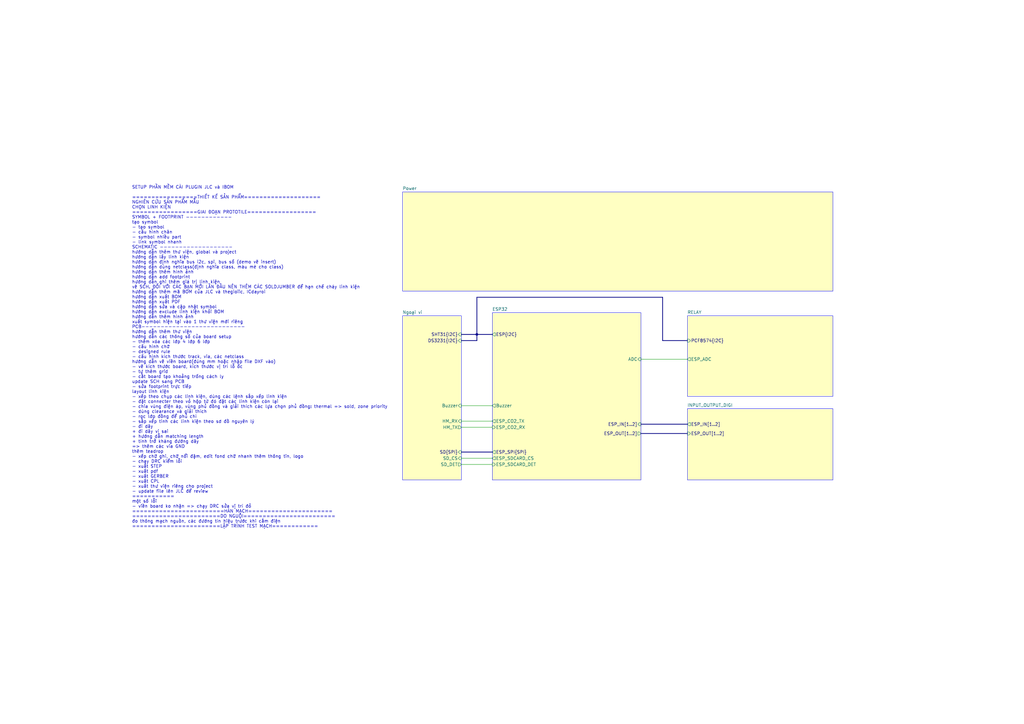
<source format=kicad_sch>
(kicad_sch
	(version 20250114)
	(generator "eeschema")
	(generator_version "9.0")
	(uuid "8ef429ea-1d8f-44d5-b6bc-d1c8102fe584")
	(paper "A3")
	(lib_symbols)
	(bus_alias "I2C"
		(members "SCL" "SDA")
	)
	(bus_alias "SPI"
		(members "MOSI" "MISO" "SCK")
	)
	(bus_alias "USB"
		(members "DP" "DN")
	)
	(text "SETUP PHẦN MỀM CÀI PLUGIN JLC và IBOM\n\n=================THIẾT KẾ SẢN PHẨM====================\nNGHIÊN CỨU SẢN PHẨM MẪU\nCHỌN LINH KIỆN \n=================GIAI ĐOẠN PROTOTILE==================\nSYMBOL + FOOTPRINT ------------\ntạo symbol \n- tạo symbol \n- cấu hình chân\n- symbol nhiều part\n- link symbol nhanh\nSCHEMATIC -------------------\nhướng dẫn thêm thư viện, global và project\nhướng dẫn lấy linh kiện \nhướng dẫn định nghĩa bus i2c, spi, bus số (demo vẽ insert)\nhướng dẫn dùng netclass(định nghĩa class, màu mè cho class)\nhướng dẫn thêm hình ảnh \nhướng dẫn add footprint\nhướng dẫn ghi thêm giá trị linh kiện \nvẽ SCH. ĐỐI VỚI CÁC BẠN MỚI LẦN ĐẦU NÊN THÊM CÁC SOLDJUMBER để hạn chế cháy linh kiện \nhướng dẫn thêm mã BOM của JLC và thegioiic, ICdayroi\nhướng dẫn xuất BOM\nhướng dẫn xuất PDF \nhướng dẫn sửa và cập nhật symbol\nhướng dẫn exclude linh kiện khỏi BOM\nhướng dẫn thêm hình ảnh\nxuất symbol hiện tại vào 1 thư viện mới riêng \nPCB---------------------------\nhướng dẫn thêm thư viện\nhướng dẫn các thông số của board setup\n- thêm xóa các lớp 4 lớp 6 lớp \n- cấu hình chữ \n- designed rule\n- cấu hình kích thước track, via, các netclass\nhướng dẫn vẽ viền board(đúng mm hoặc nhập file DXF vào)\n- vẽ kích thước board, kích thước vị trí lỗ ốc \n- tự thêm grid\n- cắt board tạo khoảng trống cách ly\nupdate SCH sang PCB\n- sửa footprint trực tiếp \nlayout linh kiện \n- xếp theo chụp các linh kiện, dùng các lệnh sắp xếp linh kiện \n- đặt connecter theo vỏ hộp từ đó đặt các linh kiện còn lại \n- chia vùng điện áp, vùng phủ đồng và giải thích các lựa chọn phủ đồng: thermal => sold, zone priority\n- dùng clearance và giải thích \n- rọc lớp đồng để phủ chì \n- sắp xếp tinh các linh kiện theo sơ đồ nguyên lý \n- đi dây \n+ đi dây vi sai\n+ hướng dẫn matching length\n+ tính trở kháng đường dây \n=> thêm các via GND \nthêm teadrop \n- xếp chữ ghi, chữ nổi đậm, edit fond chữ nhanh thêm thông tin, logo\n- chạy DRC kiểm lỗi\n- xuất STEP \n- xuất pdf\n- xuất GERBER \n- xuất CPL \n- xuất thư viện riêng cho project\n- update file lên JLC để review\n===========\nmột số lỗi \n- viền board ko nhận => chạy DRC sửa vị trí đỏ \n========================HÀN MẠCH======================\n=======================DO NGUỘI========================\nđo thông mạch nguồn, các đường tín hiệu trước khi cắm điện\n=======================LẬP TRÌNH TEST MẠCH============\n"
		(exclude_from_sim no)
		(at 54.102 76.2 0)
		(effects
			(font
				(size 1.27 1.27)
			)
			(justify left top)
		)
		(uuid "f65b5c2c-a0bf-4c83-8aad-a4396a297cfc")
	)
	(junction
		(at 195.58 137.16)
		(diameter 0)
		(color 0 0 0 0)
		(uuid "63abfcf8-f869-43a7-b62e-117cead44d0d")
	)
	(bus
		(pts
			(xy 262.89 173.99) (xy 281.94 173.99)
		)
		(stroke
			(width 0)
			(type default)
		)
		(uuid "031140eb-d9bd-465d-8dfe-17ceb75c05d2")
	)
	(wire
		(pts
			(xy 262.89 147.32) (xy 281.94 147.32)
		)
		(stroke
			(width 0)
			(type default)
		)
		(uuid "100bfc6e-ff2c-4a2e-94a1-1beaa66bae7a")
	)
	(bus
		(pts
			(xy 281.94 139.7) (xy 271.78 139.7)
		)
		(stroke
			(width 0)
			(type default)
		)
		(uuid "130d0957-a53c-45a8-8dc3-6ff1a6682e34")
	)
	(wire
		(pts
			(xy 189.23 166.37) (xy 201.93 166.37)
		)
		(stroke
			(width 0)
			(type default)
		)
		(uuid "297dd561-e37b-4af8-868e-d237e9147575")
	)
	(bus
		(pts
			(xy 195.58 121.92) (xy 195.58 137.16)
		)
		(stroke
			(width 0)
			(type default)
		)
		(uuid "2d71a992-b275-49e5-88aa-a4f153ff85d3")
	)
	(wire
		(pts
			(xy 189.23 172.72) (xy 201.93 172.72)
		)
		(stroke
			(width 0)
			(type default)
		)
		(uuid "3b93799a-d65a-4bb1-b04a-a2342e6597a3")
	)
	(wire
		(pts
			(xy 189.23 175.26) (xy 201.93 175.26)
		)
		(stroke
			(width 0)
			(type default)
		)
		(uuid "41a041fc-62c1-4e9d-95d4-f81899e300d4")
	)
	(bus
		(pts
			(xy 262.89 177.8) (xy 281.94 177.8)
		)
		(stroke
			(width 0)
			(type default)
		)
		(uuid "43bf498a-c77c-4421-874f-5935e790a7c9")
	)
	(bus
		(pts
			(xy 195.58 139.7) (xy 195.58 137.16)
		)
		(stroke
			(width 0)
			(type default)
		)
		(uuid "4ba1468e-10c0-4c6a-a23b-4a1bc5710f33")
	)
	(wire
		(pts
			(xy 189.23 187.96) (xy 201.93 187.96)
		)
		(stroke
			(width 0)
			(type default)
		)
		(uuid "6f4ae376-38d9-46b0-8fd1-7ed47c5ff3fa")
	)
	(bus
		(pts
			(xy 271.78 139.7) (xy 271.78 121.92)
		)
		(stroke
			(width 0)
			(type default)
		)
		(uuid "851ece3f-c0b7-4457-a2bb-dccf856d621b")
	)
	(bus
		(pts
			(xy 189.23 137.16) (xy 195.58 137.16)
		)
		(stroke
			(width 0)
			(type default)
		)
		(uuid "889e463e-53e1-4cae-8ef0-2ad4eb6be417")
	)
	(bus
		(pts
			(xy 189.23 139.7) (xy 195.58 139.7)
		)
		(stroke
			(width 0)
			(type default)
		)
		(uuid "974bbfe6-19bf-439a-9605-fa34375eec6d")
	)
	(wire
		(pts
			(xy 189.23 190.5) (xy 201.93 190.5)
		)
		(stroke
			(width 0)
			(type default)
		)
		(uuid "bb88c660-ab1a-43b8-a251-2a79e17f248e")
	)
	(bus
		(pts
			(xy 195.58 137.16) (xy 201.93 137.16)
		)
		(stroke
			(width 0)
			(type default)
		)
		(uuid "e9bbe387-083b-41a2-b290-7288c2efb07c")
	)
	(bus
		(pts
			(xy 271.78 121.92) (xy 195.58 121.92)
		)
		(stroke
			(width 0)
			(type default)
		)
		(uuid "f504210d-4acd-49f0-8729-d12e06052c3c")
	)
	(bus
		(pts
			(xy 189.23 185.42) (xy 201.93 185.42)
		)
		(stroke
			(width 0)
			(type default)
		)
		(uuid "f9298c9e-1037-4cc3-8959-0ffb08e261f2")
	)
	(sheet
		(at 165.1 78.74)
		(size 176.53 40.64)
		(exclude_from_sim no)
		(in_bom yes)
		(on_board yes)
		(dnp no)
		(fields_autoplaced yes)
		(stroke
			(width 0.1524)
			(type solid)
			(color 0 0 255 1)
		)
		(fill
			(color 255 255 194 1.0000)
		)
		(uuid "4dcb5ec4-8bea-4ca7-980c-d5c908877619")
		(property "Sheetname" "Power"
			(at 165.1 78.0284 0)
			(effects
				(font
					(size 1.27 1.27)
				)
				(justify left bottom)
			)
		)
		(property "Sheetfile" "untitled.kicad_sch"
			(at 165.1 119.9646 0)
			(effects
				(font
					(size 1.27 1.27)
				)
				(justify left top)
				(hide yes)
			)
		)
		(instances
			(project "train1"
				(path "/8ef429ea-1d8f-44d5-b6bc-d1c8102fe584"
					(page "2")
				)
			)
		)
	)
	(sheet
		(at 281.94 167.64)
		(size 59.69 29.21)
		(exclude_from_sim no)
		(in_bom yes)
		(on_board yes)
		(dnp no)
		(fields_autoplaced yes)
		(stroke
			(width 0.1524)
			(type solid)
			(color 0 0 255 1)
		)
		(fill
			(color 255 255 194 1.0000)
		)
		(uuid "4eb3b76d-0eb5-491d-aca5-269e4356b057")
		(property "Sheetname" "INPUT_OUTPUT_DIGI"
			(at 281.94 166.9284 0)
			(effects
				(font
					(size 1.27 1.27)
				)
				(justify left bottom)
			)
		)
		(property "Sheetfile" "INPUT.kicad_sch"
			(at 281.94 197.4346 0)
			(effects
				(font
					(size 1.27 1.27)
				)
				(justify left top)
				(hide yes)
			)
		)
		(pin "ESP_IN[1..2]" output
			(at 281.94 173.99 180)
			(uuid "428e54a3-ecc8-43e1-a464-3a0348d6194b")
			(effects
				(font
					(size 1.27 1.27)
				)
				(justify left)
			)
		)
		(pin "ESP_OUT[1..2]" input
			(at 281.94 177.8 180)
			(uuid "dbdeff08-2ca2-4083-abc5-296198eafc36")
			(effects
				(font
					(size 1.27 1.27)
				)
				(justify left)
			)
		)
		(instances
			(project "train1"
				(path "/8ef429ea-1d8f-44d5-b6bc-d1c8102fe584"
					(page "5")
				)
			)
		)
	)
	(sheet
		(at 201.93 128.27)
		(size 60.96 68.58)
		(exclude_from_sim no)
		(in_bom yes)
		(on_board yes)
		(dnp no)
		(fields_autoplaced yes)
		(stroke
			(width 0.1524)
			(type solid)
			(color 0 0 255 1)
		)
		(fill
			(color 255 255 194 1.0000)
		)
		(uuid "6b24fff4-72d1-4323-8544-6c576989d7f1")
		(property "Sheetname" "ESP32"
			(at 201.93 127.5584 0)
			(effects
				(font
					(size 1.27 1.27)
				)
				(justify left bottom)
			)
		)
		(property "Sheetfile" "ESP32.kicad_sch"
			(at 201.93 197.4346 0)
			(effects
				(font
					(size 1.27 1.27)
				)
				(justify left top)
				(hide yes)
			)
		)
		(pin "ESP_IN[1..2]" input
			(at 262.89 173.99 0)
			(uuid "160aa5db-4025-48bc-958a-917db615d3fb")
			(effects
				(font
					(size 1.27 1.27)
				)
				(justify right)
			)
		)
		(pin "ESP{I2C}" output
			(at 201.93 137.16 180)
			(uuid "87d386bd-16f3-4d2e-88c7-91999c39978e")
			(effects
				(font
					(size 1.27 1.27)
				)
				(justify left)
			)
		)
		(pin "ESP_SDCARD_DET" input
			(at 201.93 190.5 180)
			(uuid "30b64499-0b43-4ee0-b884-7396074253de")
			(effects
				(font
					(size 1.27 1.27)
				)
				(justify left)
			)
		)
		(pin "ESP_SDCARD_CS" output
			(at 201.93 187.96 180)
			(uuid "71f677e2-8290-44c9-8935-37ef6a097169")
			(effects
				(font
					(size 1.27 1.27)
				)
				(justify left)
			)
		)
		(pin "ESP_CO2_RX" input
			(at 201.93 175.26 180)
			(uuid "5fd7bb12-eb80-4efb-a379-f869e6a2e907")
			(effects
				(font
					(size 1.27 1.27)
				)
				(justify left)
			)
		)
		(pin "ESP_CO2_TX" output
			(at 201.93 172.72 180)
			(uuid "6623893c-951a-48d9-97be-196cf1f29a5a")
			(effects
				(font
					(size 1.27 1.27)
				)
				(justify left)
			)
		)
		(pin "ESP_SPI{SPI}" output
			(at 201.93 185.42 180)
			(uuid "05f8a53c-275f-4320-9795-fafd9e14d13e")
			(effects
				(font
					(size 1.27 1.27)
				)
				(justify left)
			)
		)
		(pin "Buzzer" output
			(at 201.93 166.37 180)
			(uuid "058cb4f9-7b1b-4625-ba60-c098d36a7bd6")
			(effects
				(font
					(size 1.27 1.27)
				)
				(justify left)
			)
		)
		(pin "ESP_OUT[1..2]" output
			(at 262.89 177.8 0)
			(uuid "eaadb589-5a06-4952-975e-9d6e3a1bdf9d")
			(effects
				(font
					(size 1.27 1.27)
				)
				(justify right)
			)
		)
		(pin "ADC" input
			(at 262.89 147.32 0)
			(uuid "80b0ef58-7f67-45b4-b2bc-0dbb04e784c3")
			(effects
				(font
					(size 1.27 1.27)
				)
				(justify right)
			)
		)
		(instances
			(project "train1"
				(path "/8ef429ea-1d8f-44d5-b6bc-d1c8102fe584"
					(page "6")
				)
			)
		)
	)
	(sheet
		(at 281.94 129.54)
		(size 59.69 33.02)
		(exclude_from_sim no)
		(in_bom yes)
		(on_board yes)
		(dnp no)
		(fields_autoplaced yes)
		(stroke
			(width 0.1524)
			(type solid)
			(color 0 0 255 1)
		)
		(fill
			(color 255 255 194 1.0000)
		)
		(uuid "6e5f46bb-dcd3-49f6-90af-2a84916bda84")
		(property "Sheetname" "RELAY"
			(at 281.94 128.8284 0)
			(effects
				(font
					(size 1.27 1.27)
				)
				(justify left bottom)
			)
		)
		(property "Sheetfile" "OUTPUT.kicad_sch"
			(at 281.94 163.1446 0)
			(effects
				(font
					(size 1.27 1.27)
				)
				(justify left top)
				(hide yes)
			)
		)
		(pin "PCF8574{I2C}" input
			(at 281.94 139.7 180)
			(uuid "42c9acae-8202-4da5-930f-38b1ed336cb4")
			(effects
				(font
					(size 1.27 1.27)
				)
				(justify left)
			)
		)
		(pin "ESP_ADC" output
			(at 281.94 147.32 180)
			(uuid "f160bfd6-cbd0-4ac7-b88c-c31c8b4c1051")
			(effects
				(font
					(size 1.27 1.27)
				)
				(justify left)
			)
		)
		(instances
			(project "train1"
				(path "/8ef429ea-1d8f-44d5-b6bc-d1c8102fe584"
					(page "4")
				)
			)
		)
	)
	(sheet
		(at 165.1 129.54)
		(size 24.13 67.31)
		(exclude_from_sim no)
		(in_bom yes)
		(on_board yes)
		(dnp no)
		(fields_autoplaced yes)
		(stroke
			(width 0.1524)
			(type solid)
			(color 0 0 255 1)
		)
		(fill
			(color 255 255 194 1.0000)
		)
		(uuid "7ee0aad5-796c-490b-9bdc-cef3c59d56b8")
		(property "Sheetname" "Ngoại vi"
			(at 165.1 128.8284 0)
			(effects
				(font
					(size 1.27 1.27)
				)
				(justify left bottom)
			)
		)
		(property "Sheetfile" "NgoaiVi.kicad_sch"
			(at 165.1 197.4346 0)
			(effects
				(font
					(size 1.27 1.27)
				)
				(justify left top)
				(hide yes)
			)
		)
		(pin "SD_CS" input
			(at 189.23 187.96 0)
			(uuid "833efb17-457c-41f1-baa3-1d8b5ff6c0cc")
			(effects
				(font
					(size 1.27 1.27)
				)
				(justify right)
			)
		)
		(pin "SD{SPI}" input
			(at 189.23 185.42 0)
			(uuid "20f86433-41b6-4fdd-9c6e-5ae0a9541768")
			(effects
				(font
					(size 1.27 1.27)
				)
				(justify right)
			)
		)
		(pin "SD_DET" output
			(at 189.23 190.5 0)
			(uuid "9d725900-90c9-4e5f-9a2c-38564a8d3666")
			(effects
				(font
					(size 1.27 1.27)
				)
				(justify right)
			)
		)
		(pin "Buzzer" input
			(at 189.23 166.37 0)
			(uuid "f0f146c8-6dfe-45ba-be0c-04eb70e0fd2d")
			(effects
				(font
					(size 1.27 1.27)
				)
				(justify right)
			)
		)
		(pin "HM_RX" input
			(at 189.23 172.72 0)
			(uuid "49b7cd37-907e-45dd-9ef6-401d5dbdb5e8")
			(effects
				(font
					(size 1.27 1.27)
				)
				(justify right)
			)
		)
		(pin "SHT31{I2C}" input
			(at 189.23 137.16 0)
			(uuid "dd2e0ebb-5977-4b5b-a9de-d6799d66e5b8")
			(effects
				(font
					(size 1.27 1.27)
				)
				(justify right)
			)
		)
		(pin "HM_TX" output
			(at 189.23 175.26 0)
			(uuid "4dbaa600-fc41-427d-b20a-c016f63cd021")
			(effects
				(font
					(size 1.27 1.27)
				)
				(justify right)
			)
		)
		(pin "DS3231{I2C}" input
			(at 189.23 139.7 0)
			(uuid "f7679f88-ef73-47e0-aea8-0f54e6a531fe")
			(effects
				(font
					(size 1.27 1.27)
				)
				(justify right)
			)
		)
		(instances
			(project "train1"
				(path "/8ef429ea-1d8f-44d5-b6bc-d1c8102fe584"
					(page "6")
				)
			)
		)
	)
	(sheet_instances
		(path "/"
			(page "1")
		)
	)
	(embedded_fonts no)
)

</source>
